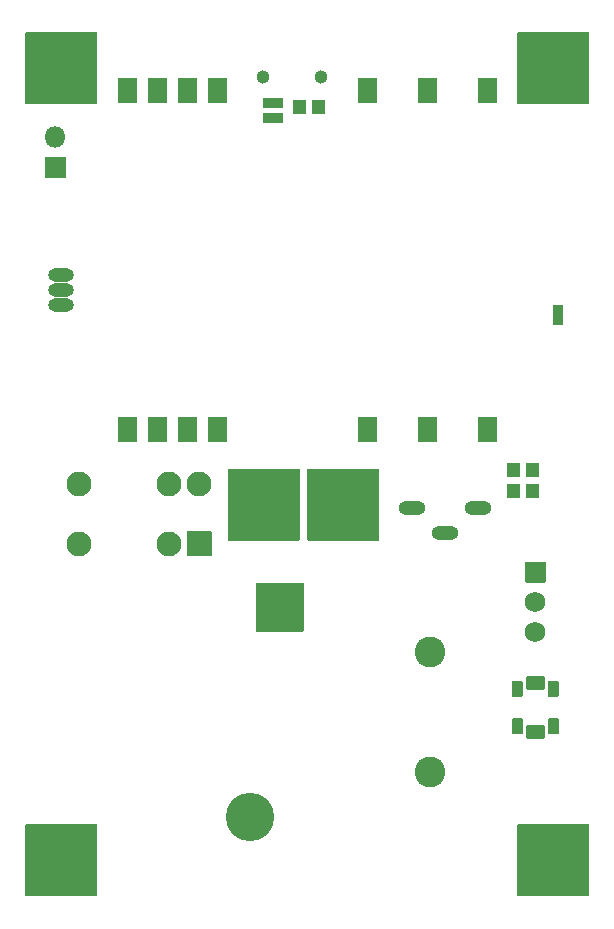
<source format=gbs>
G04 #@! TF.GenerationSoftware,KiCad,Pcbnew,(5.1.10)-1*
G04 #@! TF.CreationDate,2021-06-08T22:52:37-07:00*
G04 #@! TF.ProjectId,Plug_Pass,506c7567-5f50-4617-9373-2e6b69636164,v3.1*
G04 #@! TF.SameCoordinates,Original*
G04 #@! TF.FileFunction,Soldermask,Bot*
G04 #@! TF.FilePolarity,Negative*
%FSLAX46Y46*%
G04 Gerber Fmt 4.6, Leading zero omitted, Abs format (unit mm)*
G04 Created by KiCad (PCBNEW (5.1.10)-1) date 2021-06-08 22:52:37*
%MOMM*%
%LPD*%
G01*
G04 APERTURE LIST*
%ADD10C,1.131600*%
%ADD11O,2.181600X1.141600*%
%ADD12C,1.752600*%
%ADD13O,1.801600X1.801600*%
%ADD14O,2.301600X1.201600*%
%ADD15C,2.601600*%
%ADD16C,4.101600*%
%ADD17C,2.101600*%
%ADD18C,0.100000*%
G04 APERTURE END LIST*
D10*
X154078000Y-57150000D03*
X149198000Y-57150000D03*
D11*
X132080000Y-73914000D03*
X132080000Y-75184000D03*
X132080000Y-76454000D03*
D12*
X172212000Y-104140000D03*
X172212000Y-101600000D03*
G36*
G01*
X171386500Y-98183700D02*
X173037500Y-98183700D01*
G75*
G02*
X173088300Y-98234500I0J-50800D01*
G01*
X173088300Y-99885500D01*
G75*
G02*
X173037500Y-99936300I-50800J0D01*
G01*
X171386500Y-99936300D01*
G75*
G02*
X171335700Y-99885500I0J50800D01*
G01*
X171335700Y-98234500D01*
G75*
G02*
X171386500Y-98183700I50800J0D01*
G01*
G37*
D13*
X131572000Y-62230000D03*
G36*
G01*
X132472800Y-63920000D02*
X132472800Y-65620000D01*
G75*
G02*
X132422000Y-65670800I-50800J0D01*
G01*
X130722000Y-65670800D01*
G75*
G02*
X130671200Y-65620000I0J50800D01*
G01*
X130671200Y-63920000D01*
G75*
G02*
X130722000Y-63869200I50800J0D01*
G01*
X132422000Y-63869200D01*
G75*
G02*
X132472800Y-63920000I0J-50800D01*
G01*
G37*
G36*
G01*
X138468800Y-85979000D02*
X138468800Y-88009000D01*
G75*
G02*
X138418000Y-88059800I-50800J0D01*
G01*
X136918000Y-88059800D01*
G75*
G02*
X136867200Y-88009000I0J50800D01*
G01*
X136867200Y-85979000D01*
G75*
G02*
X136918000Y-85928200I50800J0D01*
G01*
X138418000Y-85928200D01*
G75*
G02*
X138468800Y-85979000I0J-50800D01*
G01*
G37*
G36*
G01*
X141008800Y-85979000D02*
X141008800Y-88009000D01*
G75*
G02*
X140958000Y-88059800I-50800J0D01*
G01*
X139458000Y-88059800D01*
G75*
G02*
X139407200Y-88009000I0J50800D01*
G01*
X139407200Y-85979000D01*
G75*
G02*
X139458000Y-85928200I50800J0D01*
G01*
X140958000Y-85928200D01*
G75*
G02*
X141008800Y-85979000I0J-50800D01*
G01*
G37*
G36*
G01*
X143548800Y-85979000D02*
X143548800Y-88009000D01*
G75*
G02*
X143498000Y-88059800I-50800J0D01*
G01*
X141998000Y-88059800D01*
G75*
G02*
X141947200Y-88009000I0J50800D01*
G01*
X141947200Y-85979000D01*
G75*
G02*
X141998000Y-85928200I50800J0D01*
G01*
X143498000Y-85928200D01*
G75*
G02*
X143548800Y-85979000I0J-50800D01*
G01*
G37*
G36*
G01*
X146088800Y-85979000D02*
X146088800Y-88009000D01*
G75*
G02*
X146038000Y-88059800I-50800J0D01*
G01*
X144538000Y-88059800D01*
G75*
G02*
X144487200Y-88009000I0J50800D01*
G01*
X144487200Y-85979000D01*
G75*
G02*
X144538000Y-85928200I50800J0D01*
G01*
X146038000Y-85928200D01*
G75*
G02*
X146088800Y-85979000I0J-50800D01*
G01*
G37*
G36*
G01*
X158788800Y-85979000D02*
X158788800Y-88009000D01*
G75*
G02*
X158738000Y-88059800I-50800J0D01*
G01*
X157238000Y-88059800D01*
G75*
G02*
X157187200Y-88009000I0J50800D01*
G01*
X157187200Y-85979000D01*
G75*
G02*
X157238000Y-85928200I50800J0D01*
G01*
X158738000Y-85928200D01*
G75*
G02*
X158788800Y-85979000I0J-50800D01*
G01*
G37*
G36*
G01*
X163868800Y-85979000D02*
X163868800Y-88009000D01*
G75*
G02*
X163818000Y-88059800I-50800J0D01*
G01*
X162318000Y-88059800D01*
G75*
G02*
X162267200Y-88009000I0J50800D01*
G01*
X162267200Y-85979000D01*
G75*
G02*
X162318000Y-85928200I50800J0D01*
G01*
X163818000Y-85928200D01*
G75*
G02*
X163868800Y-85979000I0J-50800D01*
G01*
G37*
G36*
G01*
X168948800Y-85979000D02*
X168948800Y-88009000D01*
G75*
G02*
X168898000Y-88059800I-50800J0D01*
G01*
X167398000Y-88059800D01*
G75*
G02*
X167347200Y-88009000I0J50800D01*
G01*
X167347200Y-85979000D01*
G75*
G02*
X167398000Y-85928200I50800J0D01*
G01*
X168898000Y-85928200D01*
G75*
G02*
X168948800Y-85979000I0J-50800D01*
G01*
G37*
G36*
G01*
X138468800Y-57279000D02*
X138468800Y-59309000D01*
G75*
G02*
X138418000Y-59359800I-50800J0D01*
G01*
X136918000Y-59359800D01*
G75*
G02*
X136867200Y-59309000I0J50800D01*
G01*
X136867200Y-57279000D01*
G75*
G02*
X136918000Y-57228200I50800J0D01*
G01*
X138418000Y-57228200D01*
G75*
G02*
X138468800Y-57279000I0J-50800D01*
G01*
G37*
G36*
G01*
X141008800Y-57279000D02*
X141008800Y-59309000D01*
G75*
G02*
X140958000Y-59359800I-50800J0D01*
G01*
X139458000Y-59359800D01*
G75*
G02*
X139407200Y-59309000I0J50800D01*
G01*
X139407200Y-57279000D01*
G75*
G02*
X139458000Y-57228200I50800J0D01*
G01*
X140958000Y-57228200D01*
G75*
G02*
X141008800Y-57279000I0J-50800D01*
G01*
G37*
G36*
G01*
X143548800Y-57279000D02*
X143548800Y-59309000D01*
G75*
G02*
X143498000Y-59359800I-50800J0D01*
G01*
X141998000Y-59359800D01*
G75*
G02*
X141947200Y-59309000I0J50800D01*
G01*
X141947200Y-57279000D01*
G75*
G02*
X141998000Y-57228200I50800J0D01*
G01*
X143498000Y-57228200D01*
G75*
G02*
X143548800Y-57279000I0J-50800D01*
G01*
G37*
G36*
G01*
X146088800Y-57279000D02*
X146088800Y-59309000D01*
G75*
G02*
X146038000Y-59359800I-50800J0D01*
G01*
X144538000Y-59359800D01*
G75*
G02*
X144487200Y-59309000I0J50800D01*
G01*
X144487200Y-57279000D01*
G75*
G02*
X144538000Y-57228200I50800J0D01*
G01*
X146038000Y-57228200D01*
G75*
G02*
X146088800Y-57279000I0J-50800D01*
G01*
G37*
G36*
G01*
X158788800Y-57279000D02*
X158788800Y-59309000D01*
G75*
G02*
X158738000Y-59359800I-50800J0D01*
G01*
X157238000Y-59359800D01*
G75*
G02*
X157187200Y-59309000I0J50800D01*
G01*
X157187200Y-57279000D01*
G75*
G02*
X157238000Y-57228200I50800J0D01*
G01*
X158738000Y-57228200D01*
G75*
G02*
X158788800Y-57279000I0J-50800D01*
G01*
G37*
G36*
G01*
X163868800Y-57279000D02*
X163868800Y-59309000D01*
G75*
G02*
X163818000Y-59359800I-50800J0D01*
G01*
X162318000Y-59359800D01*
G75*
G02*
X162267200Y-59309000I0J50800D01*
G01*
X162267200Y-57279000D01*
G75*
G02*
X162318000Y-57228200I50800J0D01*
G01*
X163818000Y-57228200D01*
G75*
G02*
X163868800Y-57279000I0J-50800D01*
G01*
G37*
G36*
G01*
X168948800Y-57279000D02*
X168948800Y-59309000D01*
G75*
G02*
X168898000Y-59359800I-50800J0D01*
G01*
X167398000Y-59359800D01*
G75*
G02*
X167347200Y-59309000I0J50800D01*
G01*
X167347200Y-57279000D01*
G75*
G02*
X167398000Y-57228200I50800J0D01*
G01*
X168898000Y-57228200D01*
G75*
G02*
X168948800Y-57279000I0J-50800D01*
G01*
G37*
G36*
G01*
X170685200Y-126444000D02*
X170685200Y-120444000D01*
G75*
G02*
X170736000Y-120393200I50800J0D01*
G01*
X176736000Y-120393200D01*
G75*
G02*
X176786800Y-120444000I0J-50800D01*
G01*
X176786800Y-126444000D01*
G75*
G02*
X176736000Y-126494800I-50800J0D01*
G01*
X170736000Y-126494800D01*
G75*
G02*
X170685200Y-126444000I0J50800D01*
G01*
G37*
G36*
G01*
X170685200Y-59388000D02*
X170685200Y-53388000D01*
G75*
G02*
X170736000Y-53337200I50800J0D01*
G01*
X176736000Y-53337200D01*
G75*
G02*
X176786800Y-53388000I0J-50800D01*
G01*
X176786800Y-59388000D01*
G75*
G02*
X176736000Y-59438800I-50800J0D01*
G01*
X170736000Y-59438800D01*
G75*
G02*
X170685200Y-59388000I0J50800D01*
G01*
G37*
G36*
G01*
X129029200Y-126444000D02*
X129029200Y-120444000D01*
G75*
G02*
X129080000Y-120393200I50800J0D01*
G01*
X135080000Y-120393200D01*
G75*
G02*
X135130800Y-120444000I0J-50800D01*
G01*
X135130800Y-126444000D01*
G75*
G02*
X135080000Y-126494800I-50800J0D01*
G01*
X129080000Y-126494800D01*
G75*
G02*
X129029200Y-126444000I0J50800D01*
G01*
G37*
G36*
G01*
X129029200Y-59388000D02*
X129029200Y-53388000D01*
G75*
G02*
X129080000Y-53337200I50800J0D01*
G01*
X135080000Y-53337200D01*
G75*
G02*
X135130800Y-53388000I0J-50800D01*
G01*
X135130800Y-59388000D01*
G75*
G02*
X135080000Y-59438800I-50800J0D01*
G01*
X129080000Y-59438800D01*
G75*
G02*
X129029200Y-59388000I0J50800D01*
G01*
G37*
D14*
X167392000Y-93599000D03*
X161792000Y-93599000D03*
X164592000Y-95749000D03*
G36*
G01*
X172547600Y-91641948D02*
X172547600Y-92762052D01*
G75*
G02*
X172531052Y-92778600I-16548J0D01*
G01*
X171460948Y-92778600D01*
G75*
G02*
X171444400Y-92762052I0J16548D01*
G01*
X171444400Y-91641948D01*
G75*
G02*
X171460948Y-91625400I16548J0D01*
G01*
X172531052Y-91625400D01*
G75*
G02*
X172547600Y-91641948I0J-16548D01*
G01*
G37*
G36*
G01*
X170947600Y-91641948D02*
X170947600Y-92762052D01*
G75*
G02*
X170931052Y-92778600I-16548J0D01*
G01*
X169860948Y-92778600D01*
G75*
G02*
X169844400Y-92762052I0J16548D01*
G01*
X169844400Y-91641948D01*
G75*
G02*
X169860948Y-91625400I16548J0D01*
G01*
X170931052Y-91625400D01*
G75*
G02*
X170947600Y-91641948I0J-16548D01*
G01*
G37*
G36*
G01*
X171410400Y-108933000D02*
X171410400Y-107983000D01*
G75*
G02*
X171512000Y-107881400I101600J0D01*
G01*
X172912000Y-107881400D01*
G75*
G02*
X173013600Y-107983000I0J-101600D01*
G01*
X173013600Y-108933000D01*
G75*
G02*
X172912000Y-109034600I-101600J0D01*
G01*
X171512000Y-109034600D01*
G75*
G02*
X171410400Y-108933000I0J101600D01*
G01*
G37*
G36*
G01*
X171410400Y-113083000D02*
X171410400Y-112133000D01*
G75*
G02*
X171512000Y-112031400I101600J0D01*
G01*
X172912000Y-112031400D01*
G75*
G02*
X173013600Y-112133000I0J-101600D01*
G01*
X173013600Y-113083000D01*
G75*
G02*
X172912000Y-113184600I-101600J0D01*
G01*
X171512000Y-113184600D01*
G75*
G02*
X171410400Y-113083000I0J101600D01*
G01*
G37*
G36*
G01*
X170312000Y-108281400D02*
X171062000Y-108281400D01*
G75*
G02*
X171163600Y-108383000I0J-101600D01*
G01*
X171163600Y-109533000D01*
G75*
G02*
X171062000Y-109634600I-101600J0D01*
G01*
X170312000Y-109634600D01*
G75*
G02*
X170210400Y-109533000I0J101600D01*
G01*
X170210400Y-108383000D01*
G75*
G02*
X170312000Y-108281400I101600J0D01*
G01*
G37*
G36*
G01*
X173362000Y-108281400D02*
X174112000Y-108281400D01*
G75*
G02*
X174213600Y-108383000I0J-101600D01*
G01*
X174213600Y-109533000D01*
G75*
G02*
X174112000Y-109634600I-101600J0D01*
G01*
X173362000Y-109634600D01*
G75*
G02*
X173260400Y-109533000I0J101600D01*
G01*
X173260400Y-108383000D01*
G75*
G02*
X173362000Y-108281400I101600J0D01*
G01*
G37*
G36*
G01*
X170312000Y-111431400D02*
X171062000Y-111431400D01*
G75*
G02*
X171163600Y-111533000I0J-101600D01*
G01*
X171163600Y-112683000D01*
G75*
G02*
X171062000Y-112784600I-101600J0D01*
G01*
X170312000Y-112784600D01*
G75*
G02*
X170210400Y-112683000I0J101600D01*
G01*
X170210400Y-111533000D01*
G75*
G02*
X170312000Y-111431400I101600J0D01*
G01*
G37*
G36*
G01*
X173362000Y-111431400D02*
X174112000Y-111431400D01*
G75*
G02*
X174213600Y-111533000I0J-101600D01*
G01*
X174213600Y-112683000D01*
G75*
G02*
X174112000Y-112784600I-101600J0D01*
G01*
X173362000Y-112784600D01*
G75*
G02*
X173260400Y-112683000I0J101600D01*
G01*
X173260400Y-111533000D01*
G75*
G02*
X173362000Y-111431400I101600J0D01*
G01*
G37*
G36*
G01*
X172547600Y-89863948D02*
X172547600Y-90984052D01*
G75*
G02*
X172531052Y-91000600I-16548J0D01*
G01*
X171460948Y-91000600D01*
G75*
G02*
X171444400Y-90984052I0J16548D01*
G01*
X171444400Y-89863948D01*
G75*
G02*
X171460948Y-89847400I16548J0D01*
G01*
X172531052Y-89847400D01*
G75*
G02*
X172547600Y-89863948I0J-16548D01*
G01*
G37*
G36*
G01*
X170947600Y-89863948D02*
X170947600Y-90984052D01*
G75*
G02*
X170931052Y-91000600I-16548J0D01*
G01*
X169860948Y-91000600D01*
G75*
G02*
X169844400Y-90984052I0J16548D01*
G01*
X169844400Y-89863948D01*
G75*
G02*
X169860948Y-89847400I16548J0D01*
G01*
X170931052Y-89847400D01*
G75*
G02*
X170947600Y-89863948I0J-16548D01*
G01*
G37*
G36*
G01*
X150025400Y-59708252D02*
X150025400Y-58909748D01*
G75*
G02*
X150037748Y-58897400I12348J0D01*
G01*
X150836252Y-58897400D01*
G75*
G02*
X150848600Y-58909748I0J-12348D01*
G01*
X150848600Y-59708252D01*
G75*
G02*
X150836252Y-59720600I-12348J0D01*
G01*
X150037748Y-59720600D01*
G75*
G02*
X150025400Y-59708252I0J12348D01*
G01*
G37*
G36*
G01*
X149125400Y-59708252D02*
X149125400Y-58909748D01*
G75*
G02*
X149137748Y-58897400I12348J0D01*
G01*
X149936252Y-58897400D01*
G75*
G02*
X149948600Y-58909748I0J-12348D01*
G01*
X149948600Y-59708252D01*
G75*
G02*
X149936252Y-59720600I-12348J0D01*
G01*
X149137748Y-59720600D01*
G75*
G02*
X149125400Y-59708252I0J12348D01*
G01*
G37*
G36*
G01*
X154386600Y-59129948D02*
X154386600Y-60250052D01*
G75*
G02*
X154370052Y-60266600I-16548J0D01*
G01*
X153299948Y-60266600D01*
G75*
G02*
X153283400Y-60250052I0J16548D01*
G01*
X153283400Y-59129948D01*
G75*
G02*
X153299948Y-59113400I16548J0D01*
G01*
X154370052Y-59113400D01*
G75*
G02*
X154386600Y-59129948I0J-16548D01*
G01*
G37*
G36*
G01*
X152786600Y-59129948D02*
X152786600Y-60250052D01*
G75*
G02*
X152770052Y-60266600I-16548J0D01*
G01*
X151699948Y-60266600D01*
G75*
G02*
X151683400Y-60250052I0J16548D01*
G01*
X151683400Y-59129948D01*
G75*
G02*
X151699948Y-59113400I16548J0D01*
G01*
X152770052Y-59113400D01*
G75*
G02*
X152786600Y-59129948I0J-16548D01*
G01*
G37*
G36*
G01*
X173717748Y-77323400D02*
X174516252Y-77323400D01*
G75*
G02*
X174528600Y-77335748I0J-12348D01*
G01*
X174528600Y-78134252D01*
G75*
G02*
X174516252Y-78146600I-12348J0D01*
G01*
X173717748Y-78146600D01*
G75*
G02*
X173705400Y-78134252I0J12348D01*
G01*
X173705400Y-77335748D01*
G75*
G02*
X173717748Y-77323400I12348J0D01*
G01*
G37*
G36*
G01*
X173717748Y-76423400D02*
X174516252Y-76423400D01*
G75*
G02*
X174528600Y-76435748I0J-12348D01*
G01*
X174528600Y-77234252D01*
G75*
G02*
X174516252Y-77246600I-12348J0D01*
G01*
X173717748Y-77246600D01*
G75*
G02*
X173705400Y-77234252I0J12348D01*
G01*
X173705400Y-76435748D01*
G75*
G02*
X173717748Y-76423400I12348J0D01*
G01*
G37*
G36*
G01*
X150025400Y-60978252D02*
X150025400Y-60179748D01*
G75*
G02*
X150037748Y-60167400I12348J0D01*
G01*
X150836252Y-60167400D01*
G75*
G02*
X150848600Y-60179748I0J-12348D01*
G01*
X150848600Y-60978252D01*
G75*
G02*
X150836252Y-60990600I-12348J0D01*
G01*
X150037748Y-60990600D01*
G75*
G02*
X150025400Y-60978252I0J12348D01*
G01*
G37*
G36*
G01*
X149125400Y-60978252D02*
X149125400Y-60179748D01*
G75*
G02*
X149137748Y-60167400I12348J0D01*
G01*
X149936252Y-60167400D01*
G75*
G02*
X149948600Y-60179748I0J-12348D01*
G01*
X149948600Y-60978252D01*
G75*
G02*
X149936252Y-60990600I-12348J0D01*
G01*
X149137748Y-60990600D01*
G75*
G02*
X149125400Y-60978252I0J12348D01*
G01*
G37*
D15*
X163275200Y-105841800D03*
X163275200Y-116001800D03*
G36*
G01*
X148575200Y-99981000D02*
X152575200Y-99981000D01*
G75*
G02*
X152626000Y-100031800I0J-50800D01*
G01*
X152626000Y-104031800D01*
G75*
G02*
X152575200Y-104082600I-50800J0D01*
G01*
X148575200Y-104082600D01*
G75*
G02*
X148524400Y-104031800I0J50800D01*
G01*
X148524400Y-100031800D01*
G75*
G02*
X148575200Y-99981000I50800J0D01*
G01*
G37*
D16*
X148035200Y-119811800D03*
G36*
G01*
X146225000Y-90294200D02*
X152225000Y-90294200D01*
G75*
G02*
X152275800Y-90345000I0J-50800D01*
G01*
X152275800Y-96345000D01*
G75*
G02*
X152225000Y-96395800I-50800J0D01*
G01*
X146225000Y-96395800D01*
G75*
G02*
X146174200Y-96345000I0J50800D01*
G01*
X146174200Y-90345000D01*
G75*
G02*
X146225000Y-90294200I50800J0D01*
G01*
G37*
G36*
G01*
X152956000Y-90294200D02*
X158956000Y-90294200D01*
G75*
G02*
X159006800Y-90345000I0J-50800D01*
G01*
X159006800Y-96345000D01*
G75*
G02*
X158956000Y-96395800I-50800J0D01*
G01*
X152956000Y-96395800D01*
G75*
G02*
X152905200Y-96345000I0J50800D01*
G01*
X152905200Y-90345000D01*
G75*
G02*
X152956000Y-90294200I50800J0D01*
G01*
G37*
D17*
X133604000Y-91567000D03*
X141224000Y-91567000D03*
X133604000Y-96647000D03*
X141224000Y-96647000D03*
X143764000Y-91567000D03*
G36*
G01*
X144814800Y-95647000D02*
X144814800Y-97647000D01*
G75*
G02*
X144764000Y-97697800I-50800J0D01*
G01*
X142764000Y-97697800D01*
G75*
G02*
X142713200Y-97647000I0J50800D01*
G01*
X142713200Y-95647000D01*
G75*
G02*
X142764000Y-95596200I50800J0D01*
G01*
X144764000Y-95596200D01*
G75*
G02*
X144814800Y-95647000I0J-50800D01*
G01*
G37*
D18*
G36*
X174529765Y-77232626D02*
G01*
X174530600Y-77234252D01*
X174530600Y-77282983D01*
X174530668Y-77283237D01*
X174530668Y-77286763D01*
X174530600Y-77286881D01*
X174530600Y-77335748D01*
X174529600Y-77337480D01*
X174527600Y-77337480D01*
X174526610Y-77335944D01*
X174526393Y-77333734D01*
X174525803Y-77331792D01*
X174524848Y-77330004D01*
X174523562Y-77328438D01*
X174521996Y-77327152D01*
X174520208Y-77326197D01*
X174518266Y-77325607D01*
X174516158Y-77325400D01*
X173717842Y-77325400D01*
X173715734Y-77325607D01*
X173713792Y-77326197D01*
X173712004Y-77327152D01*
X173710438Y-77328438D01*
X173709152Y-77330004D01*
X173708197Y-77331792D01*
X173707607Y-77333734D01*
X173707390Y-77335944D01*
X173706226Y-77337570D01*
X173704235Y-77337374D01*
X173703400Y-77335748D01*
X173703400Y-77287017D01*
X173703332Y-77286763D01*
X173703332Y-77283237D01*
X173703400Y-77283119D01*
X173703400Y-77234252D01*
X173704400Y-77232520D01*
X173706400Y-77232520D01*
X173707390Y-77234056D01*
X173707607Y-77236266D01*
X173708197Y-77238208D01*
X173709152Y-77239996D01*
X173710438Y-77241562D01*
X173712004Y-77242848D01*
X173713792Y-77243803D01*
X173715734Y-77244393D01*
X173717842Y-77244600D01*
X174516158Y-77244600D01*
X174518266Y-77244393D01*
X174520208Y-77243803D01*
X174521996Y-77242848D01*
X174523562Y-77241562D01*
X174524848Y-77239996D01*
X174525803Y-77238208D01*
X174526393Y-77236266D01*
X174526610Y-77234056D01*
X174527774Y-77232430D01*
X174529765Y-77232626D01*
G37*
G36*
X149988881Y-60165400D02*
G01*
X150037748Y-60165400D01*
X150039480Y-60166400D01*
X150039480Y-60168400D01*
X150037944Y-60169390D01*
X150035734Y-60169607D01*
X150033792Y-60170197D01*
X150032004Y-60171152D01*
X150030438Y-60172438D01*
X150029152Y-60174004D01*
X150028197Y-60175792D01*
X150027607Y-60177734D01*
X150027400Y-60179842D01*
X150027400Y-60978158D01*
X150027607Y-60980266D01*
X150028197Y-60982208D01*
X150029152Y-60983996D01*
X150030438Y-60985562D01*
X150032004Y-60986848D01*
X150033792Y-60987803D01*
X150035734Y-60988393D01*
X150037944Y-60988610D01*
X150039570Y-60989774D01*
X150039374Y-60991765D01*
X150037748Y-60992600D01*
X149989017Y-60992600D01*
X149988763Y-60992668D01*
X149985237Y-60992668D01*
X149985119Y-60992600D01*
X149936252Y-60992600D01*
X149934520Y-60991600D01*
X149934520Y-60989600D01*
X149936056Y-60988610D01*
X149938266Y-60988393D01*
X149940208Y-60987803D01*
X149941996Y-60986848D01*
X149943562Y-60985562D01*
X149944848Y-60983996D01*
X149945803Y-60982208D01*
X149946393Y-60980266D01*
X149946600Y-60978158D01*
X149946600Y-60179842D01*
X149946393Y-60177734D01*
X149945803Y-60175792D01*
X149944848Y-60174004D01*
X149943562Y-60172438D01*
X149941996Y-60171152D01*
X149940208Y-60170197D01*
X149938266Y-60169607D01*
X149936056Y-60169390D01*
X149934430Y-60168226D01*
X149934626Y-60166235D01*
X149936252Y-60165400D01*
X149984983Y-60165400D01*
X149985237Y-60165332D01*
X149988763Y-60165332D01*
X149988881Y-60165400D01*
G37*
G36*
X149988881Y-58895400D02*
G01*
X150037748Y-58895400D01*
X150039480Y-58896400D01*
X150039480Y-58898400D01*
X150037944Y-58899390D01*
X150035734Y-58899607D01*
X150033792Y-58900197D01*
X150032004Y-58901152D01*
X150030438Y-58902438D01*
X150029152Y-58904004D01*
X150028197Y-58905792D01*
X150027607Y-58907734D01*
X150027400Y-58909842D01*
X150027400Y-59708158D01*
X150027607Y-59710266D01*
X150028197Y-59712208D01*
X150029152Y-59713996D01*
X150030438Y-59715562D01*
X150032004Y-59716848D01*
X150033792Y-59717803D01*
X150035734Y-59718393D01*
X150037944Y-59718610D01*
X150039570Y-59719774D01*
X150039374Y-59721765D01*
X150037748Y-59722600D01*
X149989017Y-59722600D01*
X149988763Y-59722668D01*
X149985237Y-59722668D01*
X149985119Y-59722600D01*
X149936252Y-59722600D01*
X149934520Y-59721600D01*
X149934520Y-59719600D01*
X149936056Y-59718610D01*
X149938266Y-59718393D01*
X149940208Y-59717803D01*
X149941996Y-59716848D01*
X149943562Y-59715562D01*
X149944848Y-59713996D01*
X149945803Y-59712208D01*
X149946393Y-59710266D01*
X149946600Y-59708158D01*
X149946600Y-58909842D01*
X149946393Y-58907734D01*
X149945803Y-58905792D01*
X149944848Y-58904004D01*
X149943562Y-58902438D01*
X149941996Y-58901152D01*
X149940208Y-58900197D01*
X149938266Y-58899607D01*
X149936056Y-58899390D01*
X149934430Y-58898226D01*
X149934626Y-58896235D01*
X149936252Y-58895400D01*
X149984983Y-58895400D01*
X149985237Y-58895332D01*
X149988763Y-58895332D01*
X149988881Y-58895400D01*
G37*
M02*

</source>
